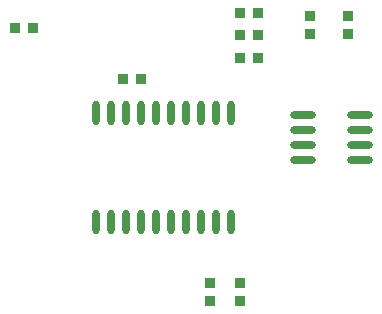
<source format=gbp>
%FSLAX25Y25*%
%MOIN*%
G70*
G01*
G75*
G04 Layer_Color=128*
%ADD10C,0.01600*%
%ADD11C,0.05906*%
%ADD12R,0.05906X0.05906*%
%ADD13C,0.06000*%
%ADD14R,0.06000X0.06000*%
%ADD15C,0.04000*%
%ADD16R,0.03543X0.03740*%
%ADD17R,0.03740X0.03543*%
%ADD18O,0.08661X0.02362*%
%ADD19O,0.02362X0.08268*%
%ADD20C,0.00100*%
%ADD21C,0.06506*%
%ADD22R,0.06506X0.06506*%
%ADD23C,0.06400*%
%ADD24R,0.06400X0.06400*%
%ADD25C,0.06600*%
%ADD26R,0.04143X0.04340*%
%ADD27R,0.04340X0.04143*%
%ADD28O,0.09261X0.02962*%
%ADD29O,0.02962X0.08868*%
D16*
X258000Y120949D02*
D03*
Y127051D02*
D03*
X270500Y120949D02*
D03*
Y127051D02*
D03*
X224500Y38051D02*
D03*
Y31949D02*
D03*
X234500Y38051D02*
D03*
Y31949D02*
D03*
D17*
X195449Y106000D02*
D03*
X201551D02*
D03*
X165551Y123000D02*
D03*
X159449D02*
D03*
X240551Y128000D02*
D03*
X234449D02*
D03*
X240551Y120500D02*
D03*
X234449D02*
D03*
X240551Y113000D02*
D03*
X234449D02*
D03*
D18*
X255551Y79000D02*
D03*
Y84000D02*
D03*
Y89000D02*
D03*
Y94000D02*
D03*
X274449Y79000D02*
D03*
Y84000D02*
D03*
Y89000D02*
D03*
Y94000D02*
D03*
D19*
X186500Y94709D02*
D03*
X191500D02*
D03*
X196500D02*
D03*
X201500D02*
D03*
X206500D02*
D03*
X211500D02*
D03*
X216500D02*
D03*
X221500D02*
D03*
X226500D02*
D03*
X231500D02*
D03*
X186500Y58291D02*
D03*
X191500D02*
D03*
X196500D02*
D03*
X201500D02*
D03*
X206500D02*
D03*
X211500D02*
D03*
X216500D02*
D03*
X221500D02*
D03*
X226500D02*
D03*
X231500D02*
D03*
M02*

</source>
